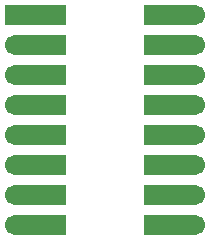
<source format=gtl>
G04 #@! TF.GenerationSoftware,KiCad,Pcbnew,9.0.6*
G04 #@! TF.CreationDate,2026-01-08T00:16:10-06:00*
G04 #@! TF.ProjectId,SMDIP-16_7.62x19.84_P2.54,534d4449-502d-4313-965f-372e36327831,rev?*
G04 #@! TF.SameCoordinates,Original*
G04 #@! TF.FileFunction,Copper,L1,Top*
G04 #@! TF.FilePolarity,Positive*
%FSLAX46Y46*%
G04 Gerber Fmt 4.6, Leading zero omitted, Abs format (unit mm)*
G04 Created by KiCad (PCBNEW 9.0.6) date 2026-01-08 00:16:10*
%MOMM*%
%LPD*%
G01*
G04 APERTURE LIST*
G04 #@! TA.AperFunction,ComponentPad*
%ADD10R,1.700000X1.700000*%
G04 #@! TD*
G04 #@! TA.AperFunction,ComponentPad*
%ADD11C,1.700000*%
G04 #@! TD*
G04 #@! TA.AperFunction,SMDPad,CuDef*
%ADD12R,2.880000X1.700000*%
G04 #@! TD*
G04 #@! TA.AperFunction,Conductor*
%ADD13C,1.700000*%
G04 #@! TD*
G04 #@! TA.AperFunction,Conductor*
%ADD14C,0.500000*%
G04 #@! TD*
G04 APERTURE END LIST*
D10*
X126995226Y-88900000D03*
D11*
X126995226Y-91440000D03*
X126995226Y-93980000D03*
X126995226Y-96520000D03*
X126995226Y-99060000D03*
X126995226Y-101600000D03*
X126995226Y-104140000D03*
X126995226Y-106680000D03*
X142235226Y-88900000D03*
X142235226Y-91440000D03*
X142235226Y-93979999D03*
X142235226Y-96520000D03*
X142235226Y-99060000D03*
X142235226Y-101600000D03*
X142235226Y-104140000D03*
X142235226Y-106680001D03*
D12*
X129865226Y-88900000D03*
X129865226Y-91440000D03*
X129865226Y-93980000D03*
X129865226Y-96520000D03*
X129865226Y-99060000D03*
X129865226Y-101600000D03*
X129865226Y-104140000D03*
X129865226Y-106680000D03*
X139365226Y-106680000D03*
X139365226Y-104140000D03*
X139365226Y-101600000D03*
X139365226Y-99060000D03*
X139365226Y-96520000D03*
X139365226Y-93980000D03*
X139365226Y-91440000D03*
X139365226Y-88900000D03*
D13*
X129805226Y-93980000D02*
X127075226Y-93980000D01*
X129805226Y-101600000D02*
X127075226Y-101600000D01*
X129805226Y-106680000D02*
X127075226Y-106680000D01*
X129805226Y-88900000D02*
X127075226Y-88900000D01*
X129805226Y-104140000D02*
X127075226Y-104140000D01*
D14*
X126995226Y-91440000D02*
X129805226Y-91440000D01*
D13*
X129805226Y-91440000D02*
X127075226Y-91440000D01*
X129805226Y-99060000D02*
X127075226Y-99060000D01*
X129805226Y-96520000D02*
X127075226Y-96520000D01*
X139425226Y-96520000D02*
X142155226Y-96520000D01*
X139425226Y-99060000D02*
X142155226Y-99060000D01*
X139425226Y-106680000D02*
X142155225Y-106680000D01*
X142155225Y-106680000D02*
X142155226Y-106680001D01*
X139425226Y-104140000D02*
X142155226Y-104140000D01*
X139425226Y-91440000D02*
X142155226Y-91440000D01*
X139425226Y-101600000D02*
X142155226Y-101600000D01*
X142155225Y-93980000D02*
X142155226Y-93979999D01*
X139425226Y-93980000D02*
X142155225Y-93980000D01*
X139425226Y-88900000D02*
X142155226Y-88900000D01*
M02*

</source>
